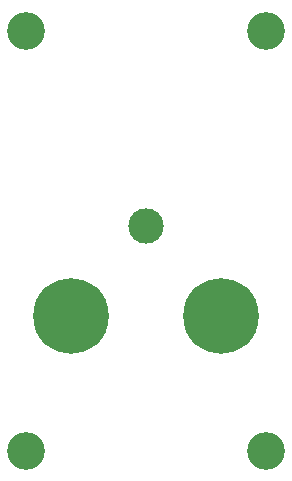
<source format=gbr>
%TF.GenerationSoftware,KiCad,Pcbnew,(5.1.9)-1*%
%TF.CreationDate,2021-03-02T23:44:46+00:00*%
%TF.ProjectId,Power In Front Panel,506f7765-7220-4496-9e20-46726f6e7420,rev?*%
%TF.SameCoordinates,Original*%
%TF.FileFunction,Soldermask,Top*%
%TF.FilePolarity,Negative*%
%FSLAX46Y46*%
G04 Gerber Fmt 4.6, Leading zero omitted, Abs format (unit mm)*
G04 Created by KiCad (PCBNEW (5.1.9)-1) date 2021-03-02 23:44:46*
%MOMM*%
%LPD*%
G01*
G04 APERTURE LIST*
%ADD10C,3.000000*%
%ADD11C,6.400000*%
%ADD12C,3.200000*%
G04 APERTURE END LIST*
D10*
%TO.C,REF\u002A\u002A*%
X115570000Y-88900000D03*
%TD*%
D11*
%TO.C,REF\u002A\u002A*%
X109220000Y-96520000D03*
%TD*%
%TO.C,REF\u002A\u002A*%
X121920000Y-96520000D03*
%TD*%
D12*
%TO.C,REF\u002A\u002A*%
X125730000Y-107950000D03*
%TD*%
%TO.C,REF\u002A\u002A*%
X105410000Y-107950000D03*
%TD*%
%TO.C,REF\u002A\u002A*%
X125730000Y-72390000D03*
%TD*%
%TO.C,REF\u002A\u002A*%
X105410000Y-72390000D03*
%TD*%
M02*

</source>
